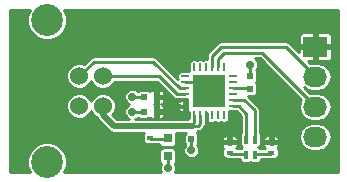
<source format=gtl>
G04 #@! TF.FileFunction,Copper,L1,Top,Signal*
%FSLAX46Y46*%
G04 Gerber Fmt 4.6, Leading zero omitted, Abs format (unit mm)*
G04 Created by KiCad (PCBNEW LL-2015-09-25-git:d09c0a2-llkicadgr) date Fri 25 Sep 2015 11:15:43 PM EEST*
%MOMM*%
G01*
G04 APERTURE LIST*
%ADD10C,0.150000*%
%ADD11R,0.500000X0.600000*%
%ADD12R,0.600000X0.500000*%
%ADD13R,0.797560X0.797560*%
%ADD14C,1.524000*%
%ADD15C,2.700020*%
%ADD16R,2.032000X1.727200*%
%ADD17O,2.032000X1.727200*%
%ADD18R,0.600000X0.400000*%
%ADD19R,0.700000X0.250000*%
%ADD20R,0.250000X0.700000*%
%ADD21R,2.750000X2.750000*%
%ADD22R,0.400000X0.700000*%
%ADD23C,0.700000*%
%ADD24C,0.250000*%
%ADD25C,0.500000*%
G04 APERTURE END LIST*
D10*
D11*
X146500000Y-107950000D03*
X146500000Y-109050000D03*
X151500000Y-104800000D03*
X151500000Y-103700000D03*
D12*
X143550000Y-106750000D03*
X142450000Y-106750000D03*
X143550000Y-105500000D03*
X142450000Y-105500000D03*
D13*
X144500000Y-109000700D03*
X144500000Y-110499300D03*
D14*
X139000000Y-103710000D03*
X139000000Y-106250000D03*
X137001020Y-106250000D03*
X137001020Y-103710000D03*
D15*
X134301000Y-98980520D03*
X134301000Y-110979480D03*
D16*
X157000000Y-101250000D03*
D17*
X157000000Y-103790000D03*
X157000000Y-106330000D03*
X157000000Y-108870000D03*
D18*
X143000000Y-108050000D03*
X143000000Y-108950000D03*
X149750000Y-109300000D03*
X149750000Y-110200000D03*
X153250000Y-109300000D03*
X153250000Y-110200000D03*
D19*
X146000000Y-103750000D03*
X146000000Y-104250000D03*
X146000000Y-104750000D03*
X146000000Y-105250000D03*
X146000000Y-105750000D03*
X146000000Y-106250000D03*
D20*
X146750000Y-107000000D03*
X147250000Y-107000000D03*
X147750000Y-107000000D03*
X148250000Y-107000000D03*
X148750000Y-107000000D03*
X149250000Y-107000000D03*
D19*
X150000000Y-106250000D03*
X150000000Y-105750000D03*
X150000000Y-105250000D03*
X150000000Y-104750000D03*
X150000000Y-104250000D03*
X150000000Y-103750000D03*
D20*
X149250000Y-103000000D03*
X148750000Y-103000000D03*
X148250000Y-103000000D03*
X147750000Y-103000000D03*
X147250000Y-103000000D03*
X146750000Y-103000000D03*
D21*
X148000000Y-105000000D03*
D22*
X151150000Y-110400000D03*
X151850000Y-110400000D03*
X151150000Y-109100000D03*
X151850000Y-109100000D03*
D23*
X144500000Y-111500000D03*
X151500000Y-102750000D03*
X146500000Y-110000000D03*
X141500000Y-106750000D03*
X141500000Y-105500000D03*
X147250000Y-105750000D03*
X148750000Y-105750000D03*
X148750000Y-104250000D03*
X147250000Y-104250000D03*
D24*
X143000000Y-109048640D02*
X144452060Y-109048640D01*
X144452060Y-109048640D02*
X144500000Y-109000700D01*
X151150000Y-109100000D02*
X151150000Y-106900000D01*
X151150000Y-106900000D02*
X150500000Y-106250000D01*
X150500000Y-106250000D02*
X150000000Y-106250000D01*
X149750000Y-110298640D02*
X151048640Y-110298640D01*
X151048640Y-110298640D02*
X151150000Y-110400000D01*
X151850000Y-109100000D02*
X151850000Y-106600000D01*
X151850000Y-106600000D02*
X151000000Y-105750000D01*
X151000000Y-105750000D02*
X150000000Y-105750000D01*
X153250000Y-110298640D02*
X151951360Y-110298640D01*
X151951360Y-110298640D02*
X151850000Y-110400000D01*
X148750000Y-103000000D02*
X148750000Y-102250000D01*
X148750000Y-102250000D02*
X149250000Y-101750000D01*
X149250000Y-101750000D02*
X152480000Y-101750000D01*
X152480000Y-101750000D02*
X157000000Y-106270000D01*
X154520000Y-101250000D02*
X157000000Y-103730000D01*
X149000000Y-101250000D02*
X154520000Y-101250000D01*
X148250000Y-102000000D02*
X149000000Y-101250000D01*
X148250000Y-103000000D02*
X148250000Y-102000000D01*
X146000000Y-105250000D02*
X145250000Y-105250000D01*
X143755400Y-103755400D02*
X139010400Y-103755400D01*
X145250000Y-105250000D02*
X143755400Y-103755400D01*
X146000000Y-104750000D02*
X145500000Y-104750000D01*
X138259200Y-102500000D02*
X137003800Y-103755400D01*
X143250000Y-102500000D02*
X138259200Y-102500000D01*
X145500000Y-104750000D02*
X143250000Y-102500000D01*
X150000000Y-104750000D02*
X151451360Y-104750000D01*
X151451360Y-104750000D02*
X151500000Y-104798640D01*
X144500000Y-110499300D02*
X144500000Y-111500000D01*
X146000000Y-104250000D02*
X147250000Y-104250000D01*
X147250000Y-104250000D02*
X148000000Y-105000000D01*
X151500000Y-103701360D02*
X151500000Y-102750000D01*
X146500000Y-109048640D02*
X146500000Y-110000000D01*
X142451360Y-106750000D02*
X141500000Y-106750000D01*
X142451360Y-105500000D02*
X141500000Y-105500000D01*
X148000000Y-105000000D02*
X147250000Y-105750000D01*
X148000000Y-105000000D02*
X148750000Y-105750000D01*
X148000000Y-105000000D02*
X148750000Y-104250000D01*
D25*
X146500000Y-107951360D02*
X143000000Y-107951360D01*
X143000000Y-107951360D02*
X139951360Y-107951360D01*
D24*
X146750000Y-107701360D02*
X146500000Y-107951360D01*
X147048640Y-107951360D02*
X146500000Y-107951360D01*
X147250000Y-107750000D02*
X147048640Y-107951360D01*
X146750000Y-107000000D02*
X146750000Y-107701360D01*
D25*
X139010400Y-107010400D02*
X139010400Y-106244600D01*
X139951360Y-107951360D02*
X139010400Y-107010400D01*
D24*
X147250000Y-107000000D02*
X147250000Y-107750000D01*
G36*
X132626282Y-98645878D02*
X132625700Y-99312238D01*
X132880168Y-99928097D01*
X133350944Y-100399696D01*
X133966358Y-100655238D01*
X134632718Y-100655820D01*
X135248577Y-100401352D01*
X135338277Y-100311808D01*
X155609000Y-100311808D01*
X155609000Y-101031250D01*
X155702750Y-101125000D01*
X156875000Y-101125000D01*
X156875000Y-100105150D01*
X157125000Y-100105150D01*
X157125000Y-101125000D01*
X158297250Y-101125000D01*
X158391000Y-101031250D01*
X158391000Y-100311808D01*
X158333910Y-100173979D01*
X158228420Y-100068490D01*
X158090592Y-100011400D01*
X157218750Y-100011400D01*
X157125000Y-100105150D01*
X156875000Y-100105150D01*
X156781250Y-100011400D01*
X155909408Y-100011400D01*
X155771580Y-100068490D01*
X155666090Y-100173979D01*
X155609000Y-100311808D01*
X135338277Y-100311808D01*
X135720176Y-99930576D01*
X135975718Y-99315162D01*
X135976300Y-98648802D01*
X135759869Y-98125000D01*
X158875000Y-98125000D01*
X158875000Y-111875000D01*
X145075165Y-111875000D01*
X145174883Y-111634855D01*
X145175117Y-111366323D01*
X145090298Y-111161046D01*
X145129833Y-111135606D01*
X145204040Y-111027000D01*
X145230147Y-110898080D01*
X145230147Y-110100520D01*
X145207485Y-109980082D01*
X145136306Y-109869467D01*
X145027700Y-109795260D01*
X144898780Y-109769153D01*
X144101220Y-109769153D01*
X143980782Y-109791815D01*
X143870167Y-109862994D01*
X143795960Y-109971600D01*
X143769853Y-110100520D01*
X143769853Y-110898080D01*
X143792515Y-111018518D01*
X143863694Y-111129133D01*
X143909985Y-111160762D01*
X143825117Y-111365145D01*
X143824883Y-111633677D01*
X143924596Y-111875000D01*
X135742821Y-111875000D01*
X135975718Y-111314122D01*
X135976300Y-110647762D01*
X135721832Y-110031903D01*
X135251056Y-109560304D01*
X134635642Y-109304762D01*
X133969282Y-109304180D01*
X133353423Y-109558648D01*
X132881824Y-110029424D01*
X132626282Y-110644838D01*
X132625700Y-111311198D01*
X132858658Y-111875000D01*
X131125000Y-111875000D01*
X131125000Y-103925269D01*
X135913831Y-103925269D01*
X136078969Y-104324932D01*
X136384480Y-104630977D01*
X136783854Y-104796811D01*
X137216289Y-104797189D01*
X137615952Y-104632051D01*
X137921997Y-104326540D01*
X138000498Y-104137487D01*
X138077949Y-104324932D01*
X138383460Y-104630977D01*
X138782834Y-104796811D01*
X139215269Y-104797189D01*
X139614932Y-104632051D01*
X139920977Y-104326540D01*
X139971279Y-104205400D01*
X143569004Y-104205400D01*
X144931802Y-105568198D01*
X145077793Y-105665747D01*
X145250000Y-105700000D01*
X145618559Y-105700000D01*
X145650000Y-105706367D01*
X146145000Y-105706367D01*
X146145000Y-105812500D01*
X146125000Y-105812500D01*
X146125000Y-106187500D01*
X146145000Y-106187500D01*
X146145000Y-106312500D01*
X146125000Y-106312500D01*
X146125000Y-106656250D01*
X146218750Y-106750000D01*
X146293633Y-106750000D01*
X146293633Y-107318633D01*
X146250000Y-107318633D01*
X146129562Y-107341295D01*
X146075070Y-107376360D01*
X141751678Y-107376360D01*
X141881857Y-107322571D01*
X141948723Y-107255821D01*
X142021080Y-107305260D01*
X142150000Y-107331367D01*
X142750000Y-107331367D01*
X142870438Y-107308705D01*
X142966536Y-107246867D01*
X143037580Y-107317910D01*
X143175408Y-107375000D01*
X143331250Y-107375000D01*
X143425000Y-107281250D01*
X143425000Y-106875000D01*
X143675000Y-106875000D01*
X143675000Y-107281250D01*
X143768750Y-107375000D01*
X143924592Y-107375000D01*
X144062420Y-107317910D01*
X144167910Y-107212421D01*
X144225000Y-107074592D01*
X144225000Y-106968750D01*
X144131250Y-106875000D01*
X143675000Y-106875000D01*
X143425000Y-106875000D01*
X143405000Y-106875000D01*
X143405000Y-106625000D01*
X143425000Y-106625000D01*
X143425000Y-106218750D01*
X143331250Y-106125000D01*
X143425000Y-106031250D01*
X143425000Y-105625000D01*
X143675000Y-105625000D01*
X143675000Y-106031250D01*
X143768750Y-106125000D01*
X143675000Y-106218750D01*
X143675000Y-106625000D01*
X144131250Y-106625000D01*
X144225000Y-106531250D01*
X144225000Y-106425408D01*
X144217065Y-106406250D01*
X145275000Y-106406250D01*
X145275000Y-106449592D01*
X145332090Y-106587421D01*
X145437580Y-106692910D01*
X145575408Y-106750000D01*
X145781250Y-106750000D01*
X145875000Y-106656250D01*
X145875000Y-106312500D01*
X145368750Y-106312500D01*
X145275000Y-106406250D01*
X144217065Y-106406250D01*
X144167910Y-106287579D01*
X144062420Y-106182090D01*
X143924592Y-106125000D01*
X144062420Y-106067910D01*
X144167910Y-105962421D01*
X144191176Y-105906250D01*
X145275000Y-105906250D01*
X145275000Y-105949592D01*
X145295879Y-106000000D01*
X145275000Y-106050408D01*
X145275000Y-106093750D01*
X145368750Y-106187500D01*
X145432170Y-106187500D01*
X145437580Y-106192910D01*
X145575408Y-106250000D01*
X145781250Y-106250000D01*
X145843750Y-106187500D01*
X145875000Y-106187500D01*
X145875000Y-105812500D01*
X145843750Y-105812500D01*
X145781250Y-105750000D01*
X145575408Y-105750000D01*
X145437580Y-105807090D01*
X145432170Y-105812500D01*
X145368750Y-105812500D01*
X145275000Y-105906250D01*
X144191176Y-105906250D01*
X144225000Y-105824592D01*
X144225000Y-105718750D01*
X144131250Y-105625000D01*
X143675000Y-105625000D01*
X143425000Y-105625000D01*
X143405000Y-105625000D01*
X143405000Y-105375000D01*
X143425000Y-105375000D01*
X143425000Y-104968750D01*
X143675000Y-104968750D01*
X143675000Y-105375000D01*
X144131250Y-105375000D01*
X144225000Y-105281250D01*
X144225000Y-105175408D01*
X144167910Y-105037579D01*
X144062420Y-104932090D01*
X143924592Y-104875000D01*
X143768750Y-104875000D01*
X143675000Y-104968750D01*
X143425000Y-104968750D01*
X143331250Y-104875000D01*
X143175408Y-104875000D01*
X143037580Y-104932090D01*
X142965662Y-105004008D01*
X142878920Y-104944740D01*
X142750000Y-104918633D01*
X142150000Y-104918633D01*
X142029562Y-104941295D01*
X141948258Y-104993613D01*
X141882856Y-104928097D01*
X141634855Y-104825117D01*
X141366323Y-104824883D01*
X141118143Y-104927429D01*
X140928097Y-105117144D01*
X140825117Y-105365145D01*
X140824883Y-105633677D01*
X140927429Y-105881857D01*
X141117144Y-106071903D01*
X141245023Y-106125003D01*
X141118143Y-106177429D01*
X140928097Y-106367144D01*
X140825117Y-106615145D01*
X140824883Y-106883677D01*
X140927429Y-107131857D01*
X141117144Y-107321903D01*
X141248290Y-107376360D01*
X140189533Y-107376360D01*
X139800239Y-106987067D01*
X139920977Y-106866540D01*
X140086811Y-106467166D01*
X140087189Y-106034731D01*
X139922051Y-105635068D01*
X139616540Y-105329023D01*
X139217166Y-105163189D01*
X138784731Y-105162811D01*
X138385068Y-105327949D01*
X138079023Y-105633460D01*
X138000522Y-105822513D01*
X137923071Y-105635068D01*
X137617560Y-105329023D01*
X137218186Y-105163189D01*
X136785751Y-105162811D01*
X136386088Y-105327949D01*
X136080043Y-105633460D01*
X135914209Y-106032834D01*
X135913831Y-106465269D01*
X136078969Y-106864932D01*
X136384480Y-107170977D01*
X136783854Y-107336811D01*
X137216289Y-107337189D01*
X137615952Y-107172051D01*
X137921997Y-106866540D01*
X138000498Y-106677487D01*
X138077949Y-106864932D01*
X138383460Y-107170977D01*
X138474893Y-107208943D01*
X138479169Y-107230443D01*
X138603814Y-107416986D01*
X139544773Y-108357946D01*
X139674669Y-108444740D01*
X139731317Y-108482591D01*
X139951360Y-108526360D01*
X142459459Y-108526360D01*
X142394740Y-108621080D01*
X142368633Y-108750000D01*
X142368633Y-109150000D01*
X142391295Y-109270438D01*
X142462474Y-109381053D01*
X142571080Y-109455260D01*
X142700000Y-109481367D01*
X142913162Y-109481367D01*
X143000000Y-109498640D01*
X143788511Y-109498640D01*
X143792515Y-109519918D01*
X143863694Y-109630533D01*
X143972300Y-109704740D01*
X144101220Y-109730847D01*
X144898780Y-109730847D01*
X145019218Y-109708185D01*
X145129833Y-109637006D01*
X145204040Y-109528400D01*
X145230147Y-109399480D01*
X145230147Y-108601920D01*
X145215929Y-108526360D01*
X146009459Y-108526360D01*
X145944740Y-108621080D01*
X145918633Y-108750000D01*
X145918633Y-109350000D01*
X145941295Y-109470438D01*
X145993613Y-109551742D01*
X145928097Y-109617144D01*
X145825117Y-109865145D01*
X145824883Y-110133677D01*
X145927429Y-110381857D01*
X146117144Y-110571903D01*
X146365145Y-110674883D01*
X146633677Y-110675117D01*
X146881857Y-110572571D01*
X147071903Y-110382856D01*
X147174883Y-110134855D01*
X147175117Y-109866323D01*
X147072571Y-109618143D01*
X147005821Y-109551277D01*
X147055260Y-109478920D01*
X147081367Y-109350000D01*
X147081367Y-109025408D01*
X149075000Y-109025408D01*
X149075000Y-109106250D01*
X149168750Y-109200000D01*
X149625000Y-109200000D01*
X149625000Y-108818750D01*
X149875000Y-108818750D01*
X149875000Y-109200000D01*
X150331250Y-109200000D01*
X150425000Y-109106250D01*
X150425000Y-109025408D01*
X150367910Y-108887580D01*
X150262421Y-108782090D01*
X150124592Y-108725000D01*
X149968750Y-108725000D01*
X149875000Y-108818750D01*
X149625000Y-108818750D01*
X149531250Y-108725000D01*
X149375408Y-108725000D01*
X149237579Y-108782090D01*
X149132090Y-108887580D01*
X149075000Y-109025408D01*
X147081367Y-109025408D01*
X147081367Y-108750000D01*
X147058705Y-108629562D01*
X146987526Y-108518947D01*
X146960704Y-108500620D01*
X146981053Y-108487526D01*
X147039927Y-108401360D01*
X147048640Y-108401360D01*
X147220848Y-108367106D01*
X147366838Y-108269558D01*
X147568198Y-108068198D01*
X147646267Y-107951360D01*
X147665746Y-107922208D01*
X147700000Y-107750000D01*
X147700000Y-107381441D01*
X147706367Y-107350000D01*
X147706367Y-106855000D01*
X147793633Y-106855000D01*
X147793633Y-107350000D01*
X147812500Y-107450269D01*
X147812500Y-107631250D01*
X147906250Y-107725000D01*
X147949592Y-107725000D01*
X148077940Y-107671837D01*
X148125000Y-107681367D01*
X148375000Y-107681367D01*
X148495438Y-107658705D01*
X148499664Y-107655986D01*
X148625000Y-107681367D01*
X148875000Y-107681367D01*
X148995438Y-107658705D01*
X148999664Y-107655986D01*
X149125000Y-107681367D01*
X149375000Y-107681367D01*
X149495438Y-107658705D01*
X149606053Y-107587526D01*
X149680260Y-107478920D01*
X149706367Y-107350000D01*
X149706367Y-106706367D01*
X150319971Y-106706367D01*
X150700000Y-107086396D01*
X150700000Y-108540204D01*
X150644740Y-108621080D01*
X150618633Y-108750000D01*
X150618633Y-109450000D01*
X150641295Y-109570438D01*
X150712474Y-109681053D01*
X150814668Y-109750879D01*
X150718947Y-109812474D01*
X150694236Y-109848640D01*
X150338807Y-109848640D01*
X150296867Y-109783464D01*
X150367910Y-109712420D01*
X150425000Y-109574592D01*
X150425000Y-109493750D01*
X150331250Y-109400000D01*
X149875000Y-109400000D01*
X149875000Y-109445000D01*
X149625000Y-109445000D01*
X149625000Y-109400000D01*
X149168750Y-109400000D01*
X149075000Y-109493750D01*
X149075000Y-109574592D01*
X149132090Y-109712420D01*
X149204008Y-109784338D01*
X149144740Y-109871080D01*
X149118633Y-110000000D01*
X149118633Y-110400000D01*
X149141295Y-110520438D01*
X149212474Y-110631053D01*
X149321080Y-110705260D01*
X149450000Y-110731367D01*
X149663162Y-110731367D01*
X149750000Y-110748640D01*
X150618633Y-110748640D01*
X150618633Y-110750000D01*
X150641295Y-110870438D01*
X150712474Y-110981053D01*
X150821080Y-111055260D01*
X150950000Y-111081367D01*
X151350000Y-111081367D01*
X151470438Y-111058705D01*
X151499115Y-111040252D01*
X151521080Y-111055260D01*
X151650000Y-111081367D01*
X152050000Y-111081367D01*
X152170438Y-111058705D01*
X152281053Y-110987526D01*
X152355260Y-110878920D01*
X152381367Y-110750000D01*
X152381367Y-110748640D01*
X153250000Y-110748640D01*
X153336838Y-110731367D01*
X153550000Y-110731367D01*
X153670438Y-110708705D01*
X153781053Y-110637526D01*
X153855260Y-110528920D01*
X153881367Y-110400000D01*
X153881367Y-110000000D01*
X153858705Y-109879562D01*
X153796867Y-109783464D01*
X153867910Y-109712420D01*
X153925000Y-109574592D01*
X153925000Y-109493750D01*
X153831250Y-109400000D01*
X153375000Y-109400000D01*
X153375000Y-109445000D01*
X153125000Y-109445000D01*
X153125000Y-109400000D01*
X152668750Y-109400000D01*
X152575000Y-109493750D01*
X152575000Y-109574592D01*
X152632090Y-109712420D01*
X152704008Y-109784338D01*
X152660073Y-109848640D01*
X152306633Y-109848640D01*
X152287526Y-109818947D01*
X152185332Y-109749121D01*
X152281053Y-109687526D01*
X152355260Y-109578920D01*
X152381367Y-109450000D01*
X152381367Y-109025408D01*
X152575000Y-109025408D01*
X152575000Y-109106250D01*
X152668750Y-109200000D01*
X153125000Y-109200000D01*
X153125000Y-108818750D01*
X153375000Y-108818750D01*
X153375000Y-109200000D01*
X153831250Y-109200000D01*
X153925000Y-109106250D01*
X153925000Y-109025408D01*
X153867910Y-108887580D01*
X153850331Y-108870000D01*
X155632728Y-108870000D01*
X155723205Y-109324858D01*
X155980861Y-109710467D01*
X156366470Y-109968123D01*
X156821328Y-110058600D01*
X157178672Y-110058600D01*
X157633530Y-109968123D01*
X158019139Y-109710467D01*
X158276795Y-109324858D01*
X158367272Y-108870000D01*
X158276795Y-108415142D01*
X158019139Y-108029533D01*
X157633530Y-107771877D01*
X157178672Y-107681400D01*
X156821328Y-107681400D01*
X156366470Y-107771877D01*
X155980861Y-108029533D01*
X155723205Y-108415142D01*
X155632728Y-108870000D01*
X153850331Y-108870000D01*
X153762421Y-108782090D01*
X153624592Y-108725000D01*
X153468750Y-108725000D01*
X153375000Y-108818750D01*
X153125000Y-108818750D01*
X153031250Y-108725000D01*
X152875408Y-108725000D01*
X152737579Y-108782090D01*
X152632090Y-108887580D01*
X152575000Y-109025408D01*
X152381367Y-109025408D01*
X152381367Y-108750000D01*
X152358705Y-108629562D01*
X152300000Y-108538332D01*
X152300000Y-106600000D01*
X152265747Y-106427793D01*
X152168198Y-106281802D01*
X151318198Y-105431802D01*
X151317547Y-105431367D01*
X151750000Y-105431367D01*
X151870438Y-105408705D01*
X151981053Y-105337526D01*
X152055260Y-105228920D01*
X152081367Y-105100000D01*
X152081367Y-104500000D01*
X152058705Y-104379562D01*
X151987526Y-104268947D01*
X151960704Y-104250620D01*
X151981053Y-104237526D01*
X152055260Y-104128920D01*
X152081367Y-104000000D01*
X152081367Y-103400000D01*
X152058705Y-103279562D01*
X152006387Y-103198258D01*
X152071903Y-103132856D01*
X152174883Y-102884855D01*
X152175117Y-102616323D01*
X152072571Y-102368143D01*
X151904721Y-102200000D01*
X152293604Y-102200000D01*
X155821555Y-105727951D01*
X155723205Y-105875142D01*
X155632728Y-106330000D01*
X155723205Y-106784858D01*
X155980861Y-107170467D01*
X156366470Y-107428123D01*
X156821328Y-107518600D01*
X157178672Y-107518600D01*
X157633530Y-107428123D01*
X158019139Y-107170467D01*
X158276795Y-106784858D01*
X158367272Y-106330000D01*
X158276795Y-105875142D01*
X158019139Y-105489533D01*
X157633530Y-105231877D01*
X157178672Y-105141400D01*
X156821328Y-105141400D01*
X156559814Y-105193418D01*
X156029086Y-104662690D01*
X156366470Y-104888123D01*
X156821328Y-104978600D01*
X157178672Y-104978600D01*
X157633530Y-104888123D01*
X158019139Y-104630467D01*
X158276795Y-104244858D01*
X158367272Y-103790000D01*
X158276795Y-103335142D01*
X158019139Y-102949533D01*
X157633530Y-102691877D01*
X157178672Y-102601400D01*
X156821328Y-102601400D01*
X156559814Y-102653418D01*
X156394996Y-102488600D01*
X156781250Y-102488600D01*
X156875000Y-102394850D01*
X156875000Y-101375000D01*
X157125000Y-101375000D01*
X157125000Y-102394850D01*
X157218750Y-102488600D01*
X158090592Y-102488600D01*
X158228420Y-102431510D01*
X158333910Y-102326021D01*
X158391000Y-102188192D01*
X158391000Y-101468750D01*
X158297250Y-101375000D01*
X157125000Y-101375000D01*
X156875000Y-101375000D01*
X155702750Y-101375000D01*
X155609000Y-101468750D01*
X155609000Y-101702604D01*
X154838198Y-100931802D01*
X154692208Y-100834254D01*
X154520000Y-100800000D01*
X149000000Y-100800000D01*
X148827792Y-100834254D01*
X148681802Y-100931802D01*
X147931802Y-101681802D01*
X147834254Y-101827792D01*
X147800000Y-102000000D01*
X147800000Y-102318633D01*
X147625000Y-102318633D01*
X147504562Y-102341295D01*
X147500336Y-102344014D01*
X147375000Y-102318633D01*
X147125000Y-102318633D01*
X147004562Y-102341295D01*
X147000336Y-102344014D01*
X146875000Y-102318633D01*
X146625000Y-102318633D01*
X146504562Y-102341295D01*
X146393947Y-102412474D01*
X146319740Y-102521080D01*
X146293633Y-102650000D01*
X146293633Y-103293633D01*
X145650000Y-103293633D01*
X145529562Y-103316295D01*
X145418947Y-103387474D01*
X145344740Y-103496080D01*
X145318633Y-103625000D01*
X145318633Y-103875000D01*
X145331899Y-103945503D01*
X143568198Y-102181802D01*
X143553838Y-102172207D01*
X143422208Y-102084254D01*
X143250000Y-102050000D01*
X138259200Y-102050000D01*
X138086992Y-102084254D01*
X137955362Y-102172207D01*
X137941002Y-102181802D01*
X137417043Y-102705761D01*
X137218186Y-102623189D01*
X136785751Y-102622811D01*
X136386088Y-102787949D01*
X136080043Y-103093460D01*
X135914209Y-103492834D01*
X135913831Y-103925269D01*
X131125000Y-103925269D01*
X131125000Y-98125000D01*
X132842569Y-98125000D01*
X132626282Y-98645878D01*
X132626282Y-98645878D01*
G37*
X132626282Y-98645878D02*
X132625700Y-99312238D01*
X132880168Y-99928097D01*
X133350944Y-100399696D01*
X133966358Y-100655238D01*
X134632718Y-100655820D01*
X135248577Y-100401352D01*
X135338277Y-100311808D01*
X155609000Y-100311808D01*
X155609000Y-101031250D01*
X155702750Y-101125000D01*
X156875000Y-101125000D01*
X156875000Y-100105150D01*
X157125000Y-100105150D01*
X157125000Y-101125000D01*
X158297250Y-101125000D01*
X158391000Y-101031250D01*
X158391000Y-100311808D01*
X158333910Y-100173979D01*
X158228420Y-100068490D01*
X158090592Y-100011400D01*
X157218750Y-100011400D01*
X157125000Y-100105150D01*
X156875000Y-100105150D01*
X156781250Y-100011400D01*
X155909408Y-100011400D01*
X155771580Y-100068490D01*
X155666090Y-100173979D01*
X155609000Y-100311808D01*
X135338277Y-100311808D01*
X135720176Y-99930576D01*
X135975718Y-99315162D01*
X135976300Y-98648802D01*
X135759869Y-98125000D01*
X158875000Y-98125000D01*
X158875000Y-111875000D01*
X145075165Y-111875000D01*
X145174883Y-111634855D01*
X145175117Y-111366323D01*
X145090298Y-111161046D01*
X145129833Y-111135606D01*
X145204040Y-111027000D01*
X145230147Y-110898080D01*
X145230147Y-110100520D01*
X145207485Y-109980082D01*
X145136306Y-109869467D01*
X145027700Y-109795260D01*
X144898780Y-109769153D01*
X144101220Y-109769153D01*
X143980782Y-109791815D01*
X143870167Y-109862994D01*
X143795960Y-109971600D01*
X143769853Y-110100520D01*
X143769853Y-110898080D01*
X143792515Y-111018518D01*
X143863694Y-111129133D01*
X143909985Y-111160762D01*
X143825117Y-111365145D01*
X143824883Y-111633677D01*
X143924596Y-111875000D01*
X135742821Y-111875000D01*
X135975718Y-111314122D01*
X135976300Y-110647762D01*
X135721832Y-110031903D01*
X135251056Y-109560304D01*
X134635642Y-109304762D01*
X133969282Y-109304180D01*
X133353423Y-109558648D01*
X132881824Y-110029424D01*
X132626282Y-110644838D01*
X132625700Y-111311198D01*
X132858658Y-111875000D01*
X131125000Y-111875000D01*
X131125000Y-103925269D01*
X135913831Y-103925269D01*
X136078969Y-104324932D01*
X136384480Y-104630977D01*
X136783854Y-104796811D01*
X137216289Y-104797189D01*
X137615952Y-104632051D01*
X137921997Y-104326540D01*
X138000498Y-104137487D01*
X138077949Y-104324932D01*
X138383460Y-104630977D01*
X138782834Y-104796811D01*
X139215269Y-104797189D01*
X139614932Y-104632051D01*
X139920977Y-104326540D01*
X139971279Y-104205400D01*
X143569004Y-104205400D01*
X144931802Y-105568198D01*
X145077793Y-105665747D01*
X145250000Y-105700000D01*
X145618559Y-105700000D01*
X145650000Y-105706367D01*
X146145000Y-105706367D01*
X146145000Y-105812500D01*
X146125000Y-105812500D01*
X146125000Y-106187500D01*
X146145000Y-106187500D01*
X146145000Y-106312500D01*
X146125000Y-106312500D01*
X146125000Y-106656250D01*
X146218750Y-106750000D01*
X146293633Y-106750000D01*
X146293633Y-107318633D01*
X146250000Y-107318633D01*
X146129562Y-107341295D01*
X146075070Y-107376360D01*
X141751678Y-107376360D01*
X141881857Y-107322571D01*
X141948723Y-107255821D01*
X142021080Y-107305260D01*
X142150000Y-107331367D01*
X142750000Y-107331367D01*
X142870438Y-107308705D01*
X142966536Y-107246867D01*
X143037580Y-107317910D01*
X143175408Y-107375000D01*
X143331250Y-107375000D01*
X143425000Y-107281250D01*
X143425000Y-106875000D01*
X143675000Y-106875000D01*
X143675000Y-107281250D01*
X143768750Y-107375000D01*
X143924592Y-107375000D01*
X144062420Y-107317910D01*
X144167910Y-107212421D01*
X144225000Y-107074592D01*
X144225000Y-106968750D01*
X144131250Y-106875000D01*
X143675000Y-106875000D01*
X143425000Y-106875000D01*
X143405000Y-106875000D01*
X143405000Y-106625000D01*
X143425000Y-106625000D01*
X143425000Y-106218750D01*
X143331250Y-106125000D01*
X143425000Y-106031250D01*
X143425000Y-105625000D01*
X143675000Y-105625000D01*
X143675000Y-106031250D01*
X143768750Y-106125000D01*
X143675000Y-106218750D01*
X143675000Y-106625000D01*
X144131250Y-106625000D01*
X144225000Y-106531250D01*
X144225000Y-106425408D01*
X144217065Y-106406250D01*
X145275000Y-106406250D01*
X145275000Y-106449592D01*
X145332090Y-106587421D01*
X145437580Y-106692910D01*
X145575408Y-106750000D01*
X145781250Y-106750000D01*
X145875000Y-106656250D01*
X145875000Y-106312500D01*
X145368750Y-106312500D01*
X145275000Y-106406250D01*
X144217065Y-106406250D01*
X144167910Y-106287579D01*
X144062420Y-106182090D01*
X143924592Y-106125000D01*
X144062420Y-106067910D01*
X144167910Y-105962421D01*
X144191176Y-105906250D01*
X145275000Y-105906250D01*
X145275000Y-105949592D01*
X145295879Y-106000000D01*
X145275000Y-106050408D01*
X145275000Y-106093750D01*
X145368750Y-106187500D01*
X145432170Y-106187500D01*
X145437580Y-106192910D01*
X145575408Y-106250000D01*
X145781250Y-106250000D01*
X145843750Y-106187500D01*
X145875000Y-106187500D01*
X145875000Y-105812500D01*
X145843750Y-105812500D01*
X145781250Y-105750000D01*
X145575408Y-105750000D01*
X145437580Y-105807090D01*
X145432170Y-105812500D01*
X145368750Y-105812500D01*
X145275000Y-105906250D01*
X144191176Y-105906250D01*
X144225000Y-105824592D01*
X144225000Y-105718750D01*
X144131250Y-105625000D01*
X143675000Y-105625000D01*
X143425000Y-105625000D01*
X143405000Y-105625000D01*
X143405000Y-105375000D01*
X143425000Y-105375000D01*
X143425000Y-104968750D01*
X143675000Y-104968750D01*
X143675000Y-105375000D01*
X144131250Y-105375000D01*
X144225000Y-105281250D01*
X144225000Y-105175408D01*
X144167910Y-105037579D01*
X144062420Y-104932090D01*
X143924592Y-104875000D01*
X143768750Y-104875000D01*
X143675000Y-104968750D01*
X143425000Y-104968750D01*
X143331250Y-104875000D01*
X143175408Y-104875000D01*
X143037580Y-104932090D01*
X142965662Y-105004008D01*
X142878920Y-104944740D01*
X142750000Y-104918633D01*
X142150000Y-104918633D01*
X142029562Y-104941295D01*
X141948258Y-104993613D01*
X141882856Y-104928097D01*
X141634855Y-104825117D01*
X141366323Y-104824883D01*
X141118143Y-104927429D01*
X140928097Y-105117144D01*
X140825117Y-105365145D01*
X140824883Y-105633677D01*
X140927429Y-105881857D01*
X141117144Y-106071903D01*
X141245023Y-106125003D01*
X141118143Y-106177429D01*
X140928097Y-106367144D01*
X140825117Y-106615145D01*
X140824883Y-106883677D01*
X140927429Y-107131857D01*
X141117144Y-107321903D01*
X141248290Y-107376360D01*
X140189533Y-107376360D01*
X139800239Y-106987067D01*
X139920977Y-106866540D01*
X140086811Y-106467166D01*
X140087189Y-106034731D01*
X139922051Y-105635068D01*
X139616540Y-105329023D01*
X139217166Y-105163189D01*
X138784731Y-105162811D01*
X138385068Y-105327949D01*
X138079023Y-105633460D01*
X138000522Y-105822513D01*
X137923071Y-105635068D01*
X137617560Y-105329023D01*
X137218186Y-105163189D01*
X136785751Y-105162811D01*
X136386088Y-105327949D01*
X136080043Y-105633460D01*
X135914209Y-106032834D01*
X135913831Y-106465269D01*
X136078969Y-106864932D01*
X136384480Y-107170977D01*
X136783854Y-107336811D01*
X137216289Y-107337189D01*
X137615952Y-107172051D01*
X137921997Y-106866540D01*
X138000498Y-106677487D01*
X138077949Y-106864932D01*
X138383460Y-107170977D01*
X138474893Y-107208943D01*
X138479169Y-107230443D01*
X138603814Y-107416986D01*
X139544773Y-108357946D01*
X139674669Y-108444740D01*
X139731317Y-108482591D01*
X139951360Y-108526360D01*
X142459459Y-108526360D01*
X142394740Y-108621080D01*
X142368633Y-108750000D01*
X142368633Y-109150000D01*
X142391295Y-109270438D01*
X142462474Y-109381053D01*
X142571080Y-109455260D01*
X142700000Y-109481367D01*
X142913162Y-109481367D01*
X143000000Y-109498640D01*
X143788511Y-109498640D01*
X143792515Y-109519918D01*
X143863694Y-109630533D01*
X143972300Y-109704740D01*
X144101220Y-109730847D01*
X144898780Y-109730847D01*
X145019218Y-109708185D01*
X145129833Y-109637006D01*
X145204040Y-109528400D01*
X145230147Y-109399480D01*
X145230147Y-108601920D01*
X145215929Y-108526360D01*
X146009459Y-108526360D01*
X145944740Y-108621080D01*
X145918633Y-108750000D01*
X145918633Y-109350000D01*
X145941295Y-109470438D01*
X145993613Y-109551742D01*
X145928097Y-109617144D01*
X145825117Y-109865145D01*
X145824883Y-110133677D01*
X145927429Y-110381857D01*
X146117144Y-110571903D01*
X146365145Y-110674883D01*
X146633677Y-110675117D01*
X146881857Y-110572571D01*
X147071903Y-110382856D01*
X147174883Y-110134855D01*
X147175117Y-109866323D01*
X147072571Y-109618143D01*
X147005821Y-109551277D01*
X147055260Y-109478920D01*
X147081367Y-109350000D01*
X147081367Y-109025408D01*
X149075000Y-109025408D01*
X149075000Y-109106250D01*
X149168750Y-109200000D01*
X149625000Y-109200000D01*
X149625000Y-108818750D01*
X149875000Y-108818750D01*
X149875000Y-109200000D01*
X150331250Y-109200000D01*
X150425000Y-109106250D01*
X150425000Y-109025408D01*
X150367910Y-108887580D01*
X150262421Y-108782090D01*
X150124592Y-108725000D01*
X149968750Y-108725000D01*
X149875000Y-108818750D01*
X149625000Y-108818750D01*
X149531250Y-108725000D01*
X149375408Y-108725000D01*
X149237579Y-108782090D01*
X149132090Y-108887580D01*
X149075000Y-109025408D01*
X147081367Y-109025408D01*
X147081367Y-108750000D01*
X147058705Y-108629562D01*
X146987526Y-108518947D01*
X146960704Y-108500620D01*
X146981053Y-108487526D01*
X147039927Y-108401360D01*
X147048640Y-108401360D01*
X147220848Y-108367106D01*
X147366838Y-108269558D01*
X147568198Y-108068198D01*
X147646267Y-107951360D01*
X147665746Y-107922208D01*
X147700000Y-107750000D01*
X147700000Y-107381441D01*
X147706367Y-107350000D01*
X147706367Y-106855000D01*
X147793633Y-106855000D01*
X147793633Y-107350000D01*
X147812500Y-107450269D01*
X147812500Y-107631250D01*
X147906250Y-107725000D01*
X147949592Y-107725000D01*
X148077940Y-107671837D01*
X148125000Y-107681367D01*
X148375000Y-107681367D01*
X148495438Y-107658705D01*
X148499664Y-107655986D01*
X148625000Y-107681367D01*
X148875000Y-107681367D01*
X148995438Y-107658705D01*
X148999664Y-107655986D01*
X149125000Y-107681367D01*
X149375000Y-107681367D01*
X149495438Y-107658705D01*
X149606053Y-107587526D01*
X149680260Y-107478920D01*
X149706367Y-107350000D01*
X149706367Y-106706367D01*
X150319971Y-106706367D01*
X150700000Y-107086396D01*
X150700000Y-108540204D01*
X150644740Y-108621080D01*
X150618633Y-108750000D01*
X150618633Y-109450000D01*
X150641295Y-109570438D01*
X150712474Y-109681053D01*
X150814668Y-109750879D01*
X150718947Y-109812474D01*
X150694236Y-109848640D01*
X150338807Y-109848640D01*
X150296867Y-109783464D01*
X150367910Y-109712420D01*
X150425000Y-109574592D01*
X150425000Y-109493750D01*
X150331250Y-109400000D01*
X149875000Y-109400000D01*
X149875000Y-109445000D01*
X149625000Y-109445000D01*
X149625000Y-109400000D01*
X149168750Y-109400000D01*
X149075000Y-109493750D01*
X149075000Y-109574592D01*
X149132090Y-109712420D01*
X149204008Y-109784338D01*
X149144740Y-109871080D01*
X149118633Y-110000000D01*
X149118633Y-110400000D01*
X149141295Y-110520438D01*
X149212474Y-110631053D01*
X149321080Y-110705260D01*
X149450000Y-110731367D01*
X149663162Y-110731367D01*
X149750000Y-110748640D01*
X150618633Y-110748640D01*
X150618633Y-110750000D01*
X150641295Y-110870438D01*
X150712474Y-110981053D01*
X150821080Y-111055260D01*
X150950000Y-111081367D01*
X151350000Y-111081367D01*
X151470438Y-111058705D01*
X151499115Y-111040252D01*
X151521080Y-111055260D01*
X151650000Y-111081367D01*
X152050000Y-111081367D01*
X152170438Y-111058705D01*
X152281053Y-110987526D01*
X152355260Y-110878920D01*
X152381367Y-110750000D01*
X152381367Y-110748640D01*
X153250000Y-110748640D01*
X153336838Y-110731367D01*
X153550000Y-110731367D01*
X153670438Y-110708705D01*
X153781053Y-110637526D01*
X153855260Y-110528920D01*
X153881367Y-110400000D01*
X153881367Y-110000000D01*
X153858705Y-109879562D01*
X153796867Y-109783464D01*
X153867910Y-109712420D01*
X153925000Y-109574592D01*
X153925000Y-109493750D01*
X153831250Y-109400000D01*
X153375000Y-109400000D01*
X153375000Y-109445000D01*
X153125000Y-109445000D01*
X153125000Y-109400000D01*
X152668750Y-109400000D01*
X152575000Y-109493750D01*
X152575000Y-109574592D01*
X152632090Y-109712420D01*
X152704008Y-109784338D01*
X152660073Y-109848640D01*
X152306633Y-109848640D01*
X152287526Y-109818947D01*
X152185332Y-109749121D01*
X152281053Y-109687526D01*
X152355260Y-109578920D01*
X152381367Y-109450000D01*
X152381367Y-109025408D01*
X152575000Y-109025408D01*
X152575000Y-109106250D01*
X152668750Y-109200000D01*
X153125000Y-109200000D01*
X153125000Y-108818750D01*
X153375000Y-108818750D01*
X153375000Y-109200000D01*
X153831250Y-109200000D01*
X153925000Y-109106250D01*
X153925000Y-109025408D01*
X153867910Y-108887580D01*
X153850331Y-108870000D01*
X155632728Y-108870000D01*
X155723205Y-109324858D01*
X155980861Y-109710467D01*
X156366470Y-109968123D01*
X156821328Y-110058600D01*
X157178672Y-110058600D01*
X157633530Y-109968123D01*
X158019139Y-109710467D01*
X158276795Y-109324858D01*
X158367272Y-108870000D01*
X158276795Y-108415142D01*
X158019139Y-108029533D01*
X157633530Y-107771877D01*
X157178672Y-107681400D01*
X156821328Y-107681400D01*
X156366470Y-107771877D01*
X155980861Y-108029533D01*
X155723205Y-108415142D01*
X155632728Y-108870000D01*
X153850331Y-108870000D01*
X153762421Y-108782090D01*
X153624592Y-108725000D01*
X153468750Y-108725000D01*
X153375000Y-108818750D01*
X153125000Y-108818750D01*
X153031250Y-108725000D01*
X152875408Y-108725000D01*
X152737579Y-108782090D01*
X152632090Y-108887580D01*
X152575000Y-109025408D01*
X152381367Y-109025408D01*
X152381367Y-108750000D01*
X152358705Y-108629562D01*
X152300000Y-108538332D01*
X152300000Y-106600000D01*
X152265747Y-106427793D01*
X152168198Y-106281802D01*
X151318198Y-105431802D01*
X151317547Y-105431367D01*
X151750000Y-105431367D01*
X151870438Y-105408705D01*
X151981053Y-105337526D01*
X152055260Y-105228920D01*
X152081367Y-105100000D01*
X152081367Y-104500000D01*
X152058705Y-104379562D01*
X151987526Y-104268947D01*
X151960704Y-104250620D01*
X151981053Y-104237526D01*
X152055260Y-104128920D01*
X152081367Y-104000000D01*
X152081367Y-103400000D01*
X152058705Y-103279562D01*
X152006387Y-103198258D01*
X152071903Y-103132856D01*
X152174883Y-102884855D01*
X152175117Y-102616323D01*
X152072571Y-102368143D01*
X151904721Y-102200000D01*
X152293604Y-102200000D01*
X155821555Y-105727951D01*
X155723205Y-105875142D01*
X155632728Y-106330000D01*
X155723205Y-106784858D01*
X155980861Y-107170467D01*
X156366470Y-107428123D01*
X156821328Y-107518600D01*
X157178672Y-107518600D01*
X157633530Y-107428123D01*
X158019139Y-107170467D01*
X158276795Y-106784858D01*
X158367272Y-106330000D01*
X158276795Y-105875142D01*
X158019139Y-105489533D01*
X157633530Y-105231877D01*
X157178672Y-105141400D01*
X156821328Y-105141400D01*
X156559814Y-105193418D01*
X156029086Y-104662690D01*
X156366470Y-104888123D01*
X156821328Y-104978600D01*
X157178672Y-104978600D01*
X157633530Y-104888123D01*
X158019139Y-104630467D01*
X158276795Y-104244858D01*
X158367272Y-103790000D01*
X158276795Y-103335142D01*
X158019139Y-102949533D01*
X157633530Y-102691877D01*
X157178672Y-102601400D01*
X156821328Y-102601400D01*
X156559814Y-102653418D01*
X156394996Y-102488600D01*
X156781250Y-102488600D01*
X156875000Y-102394850D01*
X156875000Y-101375000D01*
X157125000Y-101375000D01*
X157125000Y-102394850D01*
X157218750Y-102488600D01*
X158090592Y-102488600D01*
X158228420Y-102431510D01*
X158333910Y-102326021D01*
X158391000Y-102188192D01*
X158391000Y-101468750D01*
X158297250Y-101375000D01*
X157125000Y-101375000D01*
X156875000Y-101375000D01*
X155702750Y-101375000D01*
X155609000Y-101468750D01*
X155609000Y-101702604D01*
X154838198Y-100931802D01*
X154692208Y-100834254D01*
X154520000Y-100800000D01*
X149000000Y-100800000D01*
X148827792Y-100834254D01*
X148681802Y-100931802D01*
X147931802Y-101681802D01*
X147834254Y-101827792D01*
X147800000Y-102000000D01*
X147800000Y-102318633D01*
X147625000Y-102318633D01*
X147504562Y-102341295D01*
X147500336Y-102344014D01*
X147375000Y-102318633D01*
X147125000Y-102318633D01*
X147004562Y-102341295D01*
X147000336Y-102344014D01*
X146875000Y-102318633D01*
X146625000Y-102318633D01*
X146504562Y-102341295D01*
X146393947Y-102412474D01*
X146319740Y-102521080D01*
X146293633Y-102650000D01*
X146293633Y-103293633D01*
X145650000Y-103293633D01*
X145529562Y-103316295D01*
X145418947Y-103387474D01*
X145344740Y-103496080D01*
X145318633Y-103625000D01*
X145318633Y-103875000D01*
X145331899Y-103945503D01*
X143568198Y-102181802D01*
X143553838Y-102172207D01*
X143422208Y-102084254D01*
X143250000Y-102050000D01*
X138259200Y-102050000D01*
X138086992Y-102084254D01*
X137955362Y-102172207D01*
X137941002Y-102181802D01*
X137417043Y-102705761D01*
X137218186Y-102623189D01*
X136785751Y-102622811D01*
X136386088Y-102787949D01*
X136080043Y-103093460D01*
X135914209Y-103492834D01*
X135913831Y-103925269D01*
X131125000Y-103925269D01*
X131125000Y-98125000D01*
X132842569Y-98125000D01*
X132626282Y-98645878D01*
M02*

</source>
